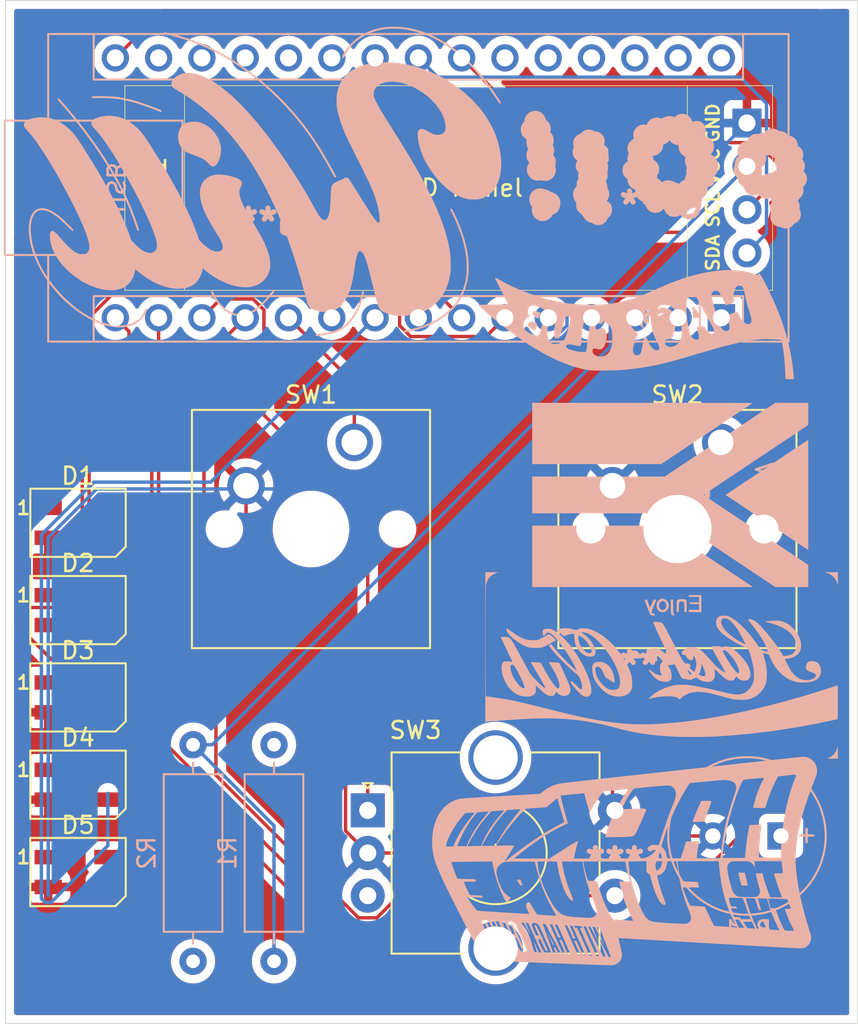
<source format=kicad_pcb>
(kicad_pcb (version 20240108) (generator "pcbnew") (generator_version "8.0")
  (layers (0 "F.Cu" signal) (31 "B.Cu" signal) (34 "B.Paste" user) (35 "F.Paste" user) (36 "B.SilkS" user "B.Silkscreen") (37 "F.SilkS" user "F.Silkscreen") (38 "B.Mask" user) (39 "F.Mask" user) (44 "Edge.Cuts" user))
  (net 0 "")
  (net 2 "Net-(A1-A4)")
  (net 3 "Net-(A1-D7)")
  (net 8 "Net-(A1-D8)")
  (net 11 "Net-(A1-A5)")
  (net 13 "Net-(A1-D11)")
  (net 21 "Net-(A1-D9)")
  (net 22 "Net-(A1-D6)")
  (net 23 "Net-(A1-D10)")
  (net 25 "Net-(A1-D5)")
  (net 27 "Net-(A1-D13)")
  (net 28 "Net-(A1-D12)")
  (net 29 "Net-(A1-D3)")
  (net 30 "Net-(A1-D4)")
  (net 31 "+5V")
  (net 32 "GND")
  (net 38 "Net-(SW2-K)")
  (net 39 "Net-(SW1-K)")
  (footprint "Rotary_Encoder:RotaryEncoder_Alps_EC11E-Switch_Vertical_H20mm_CircularMountingHoles" (layer "F.Cu") (at 156.25 94.5)
    (property "Reference" "SW3" (at 2.8 -4.7 0) (layer "F.SilkS"))
    (property "Value" "RotaryEncoder_Switch")
    (pad "A" thru_hole rect (at 0 0) (size 2 2) (drill 1) (layers "*.Cu" "*.Mask") (net 23 "Net-(A1-D10)"))
    (pad "B" thru_hole circle (at 0 5) (size 2 2) (drill 1) (layers "*.Cu" "*.Mask") (net 13 "Net-(A1-D11)"))
    (pad "C" thru_hole circle (at 0 2.5) (size 2 2) (drill 1) (layers "*.Cu" "*.Mask") (net 32 "GND"))
    (pad "MP" thru_hole circle (at 7.5 -3.1) (size 3.2 3.2) (drill 2.6) (layers "*.Cu" "*.Mask"))
    (pad "MP" thru_hole circle (at 7.5 8.1) (size 3.2 3.2) (drill 2.6) (layers "*.Cu" "*.Mask"))
    (pad "S1" thru_hole circle (at 14.5 5) (size 2 2) (drill 1) (layers "*.Cu" "*.Mask") (net 28 "Net-(A1-D12)"))
    (pad "S2" thru_hole circle (at 14.5 0) (size 2 2) (drill 1) (layers "*.Cu" "*.Mask") (net 32 "GND"))
  )
  (footprint "LED_SMD:LED_SK6812MINI_PLCC4_3.5x3.5mm_P1.75mm" (layer "F.Cu") (at 139.25 98.115)
    (property "Reference" "D5" (at 0 -2.75 0) (layer "F.SilkS"))
    (property "Value" "SK6812MINI")
    (fp_text user "1" (at -3.2 -0.875 0) (layer "F.SilkS") (effects (font (size 0.8 0.8))))
    (pad "1" smd rect (at -1.75 -0.875) (size 1.6 0.85) (layers "F.Cu" "F.Paste" "F.Mask"))
    (pad "2" smd rect (at -1.75 0.875) (size 1.6 0.85) (layers "F.Cu" "F.Paste" "F.Mask") (net 32 "GND"))
    (pad "3" smd rect (at 1.75 0.875) (size 1.6 0.85) (layers "F.Cu" "F.Paste" "F.Mask") (net 3 "Net-(A1-D7)"))
    (pad "4" smd rect (at 1.75 -0.875) (size 1.6 0.85) (layers "F.Cu" "F.Paste" "F.Mask") (net 31 "+5V"))
  )
  (footprint "Button_Switch_Keyboard:SW_Cherry_MX_1.00u_PCB" (layer "F.Cu") (at 176.96 72.92)
    (property "Reference" "SW2" (at -2.54 -2.794 0) (layer "F.SilkS"))
    (property "Value" "SW_Push_LED")
    (pad "" np_thru_hole circle (at -7.62 5.08) (size 1.7 1.7) (drill 1.7) (layers "*.Cu" "*.Mask"))
    (pad "" np_thru_hole circle (at -2.54 5.08) (size 4 4) (drill 4) (layers "*.Cu" "*.Mask"))
    (pad "" np_thru_hole circle (at 2.54 5.08) (size 1.7 1.7) (drill 1.7) (layers "*.Cu" "*.Mask"))
    (pad "1" thru_hole circle (at 0 0) (size 2.2 2.2) (drill 1.5) (layers "*.Cu" "*.Mask") (net 21 "Net-(A1-D9)"))
    (pad "2" thru_hole circle (at -6.35 2.54) (size 2.2 2.2) (drill 1.5) (layers "*.Cu" "*.Mask") (net 32 "GND"))
  )
  (footprint "Button_Switch_Keyboard:SW_Cherry_MX_1.00u_PCB" (layer "F.Cu") (at 155.46 72.92)
    (property "Reference" "SW1" (at -2.54 -2.794 0) (layer "F.SilkS"))
    (property "Value" "SW_Push_LED")
    (pad "" np_thru_hole circle (at -7.62 5.08) (size 1.7 1.7) (drill 1.7) (layers "*.Cu" "*.Mask"))
    (pad "" np_thru_hole circle (at -2.54 5.08) (size 4 4) (drill 4) (layers "*.Cu" "*.Mask"))
    (pad "" np_thru_hole circle (at 2.54 5.08) (size 1.7 1.7) (drill 1.7) (layers "*.Cu" "*.Mask"))
    (pad "1" thru_hole circle (at 0 0) (size 2.2 2.2) (drill 1.5) (layers "*.Cu" "*.Mask") (net 8 "Net-(A1-D8)"))
    (pad "2" thru_hole circle (at -6.35 2.54) (size 2.2 2.2) (drill 1.5) (layers "*.Cu" "*.Mask") (net 32 "GND"))
  )
  (footprint "LED_SMD:LED_SK6812MINI_PLCC4_3.5x3.5mm_P1.75mm" (layer "F.Cu") (at 139.25 92.995)
    (property "Reference" "D4" (at 0 -2.75 0) (layer "F.SilkS"))
    (property "Value" "SK6812MINI")
    (fp_text user "1" (at -3.2 -0.875 0) (layer "F.SilkS") (effects (font (size 0.8 0.8))))
    (pad "1" smd rect (at -1.75 -0.875) (size 1.6 0.85) (layers "F.Cu" "F.Paste" "F.Mask"))
    (pad "2" smd rect (at -1.75 0.875) (size 1.6 0.85) (layers "F.Cu" "F.Paste" "F.Mask") (net 32 "GND"))
    (pad "3" smd rect (at 1.75 0.875) (size 1.6 0.85) (layers "F.Cu" "F.Paste" "F.Mask") (net 22 "Net-(A1-D6)"))
    (pad "4" smd rect (at 1.75 -0.875) (size 1.6 0.85) (layers "F.Cu" "F.Paste" "F.Mask") (net 31 "+5V"))
  )
  (footprint "LED_SMD:LED_SK6812MINI_PLCC4_3.5x3.5mm_P1.75mm" (layer "F.Cu") (at 139.25 77.635)
    (property "Reference" "D1" (at 0 -2.75 0) (layer "F.SilkS"))
    (property "Value" "SK6812MINI")
    (fp_text user "1" (at -3.2 -0.875 0) (layer "F.SilkS") (effects (font (size 0.8 0.8))))
    (pad "1" smd rect (at -1.75 -0.875) (size 1.6 0.85) (layers "F.Cu" "F.Paste" "F.Mask"))
    (pad "2" smd rect (at -1.75 0.875) (size 1.6 0.85) (layers "F.Cu" "F.Paste" "F.Mask") (net 32 "GND"))
    (pad "3" smd rect (at 1.75 0.875) (size 1.6 0.85) (layers "F.Cu" "F.Paste" "F.Mask") (net 29 "Net-(A1-D3)"))
    (pad "4" smd rect (at 1.75 -0.875) (size 1.6 0.85) (layers "F.Cu" "F.Paste" "F.Mask") (net 31 "+5V"))
  )
  (footprint "LED_SMD:LED_SK6812MINI_PLCC4_3.5x3.5mm_P1.75mm" (layer "F.Cu") (at 139.25 87.875)
    (property "Reference" "D3" (at 0 -2.75 0) (layer "F.SilkS"))
    (property "Value" "SK6812MINI")
    (fp_text user "1" (at -3.2 -0.875 0) (layer "F.SilkS") (effects (font (size 0.8 0.8))))
    (pad "1" smd rect (at -1.75 -0.875) (size 1.6 0.85) (layers "F.Cu" "F.Paste" "F.Mask"))
    (pad "2" smd rect (at -1.75 0.875) (size 1.6 0.85) (layers "F.Cu" "F.Paste" "F.Mask") (net 32 "GND"))
    (pad "3" smd rect (at 1.75 0.875) (size 1.6 0.85) (layers "F.Cu" "F.Paste" "F.Mask") (net 25 "Net-(A1-D5)"))
    (pad "4" smd rect (at 1.75 -0.875) (size 1.6 0.85) (layers "F.Cu" "F.Paste" "F.Mask") (net 31 "+5V"))
  )
  (footprint "LED_SMD:LED_SK6812MINI_PLCC4_3.5x3.5mm_P1.75mm" (layer "F.Cu") (at 139.25 82.755)
    (property "Reference" "D2" (at 0 -2.75 0) (layer "F.SilkS"))
    (property "Value" "SK6812MINI")
    (fp_text user "1" (at -3.2 -0.875 0) (layer "F.SilkS") (effects (font (size 0.8 0.8))))
    (pad "1" smd rect (at -1.75 -0.875) (size 1.6 0.85) (layers "F.Cu" "F.Paste" "F.Mask"))
    (pad "2" smd rect (at -1.75 0.875) (size 1.6 0.85) (layers "F.Cu" "F.Paste" "F.Mask") (net 32 "GND"))
    (pad "3" smd rect (at 1.75 0.875) (size 1.6 0.85) (layers "F.Cu" "F.Paste" "F.Mask") (net 30 "Net-(A1-D4)"))
    (pad "4" smd rect (at 1.75 -0.875) (size 1.6 0.85) (layers "F.Cu" "F.Paste" "F.Mask") (net 31 "+5V"))
  )
  (footprint "KiCad-SSD1306-0.91-OLED-4pin-128x32.pretty-master:SSD1306-0.91-OLED-4pin-128x32" (layer "F.Cu") (at 142 52)
    (property "Reference" "Brd1" (at 1.9 5.91 90) (layer "F.SilkS"))
    (property "Value" "SSD1306")
    (fp_text user "SCL" (at 34.5 7.27 -90) (layer "F.SilkS") (effects (font (size 0.75 0.75))))
    (fp_text user "GND" (at 34.5 2.19 -90) (layer "F.SilkS") (effects (font (size 0.75 0.75))))
    (fp_text user "VCC" (at 34.5 4.73 -90) (layer "F.SilkS") (effects (font (size 0.75 0.75))))
    (fp_text user "SDA" (at 34.5 9.81 -90) (layer "F.SilkS") (effects (font (size 0.75 0.75))))
    (fp_text user "OLED Panel" (at 19 6 0) (layer "F.SilkS"))
    (pad "1" thru_hole rect (at 36.5 2.19) (size 1.7 1.7) (drill 1) (layers "*.Cu" "*.Mask") (net 32 "GND"))
    (pad "2" thru_hole oval (at 36.5 4.73) (size 1.7 1.7) (drill 1) (layers "*.Cu" "*.Mask") (net 31 "+5V"))
    (pad "3" thru_hole oval (at 36.5 7.27) (size 1.7 1.7) (drill 1) (layers "*.Cu" "*.Mask") (net 11 "Net-(A1-A5)"))
    (pad "4" thru_hole oval (at 36.5 9.81) (size 1.7 1.7) (drill 1) (layers "*.Cu" "*.Mask") (net 2 "Net-(A1-A4)"))
  )
  (footprint "LOGO" (layer "B.Cu") (at 173.5 59 180)
    (property "Reference" "G***" (at 0 0 0) (layer "B.SilkS") (effects (font (size 1.5 1.5) (thickness 0.3)) (justify mirror)))
    (property "Value" "LOGO" (hide yes))
  )
  (footprint "Resistor_THT:R_Axial_DIN0309_L9.0mm_D3.2mm_P12.70mm_Horizontal" (layer "B.Cu") (at 146 90.65 -90)
    (property "Reference" "R2" (at 6.35 2.72 90) (layer "B.SilkS") (effects (justify mirror)))
    (property "Value" "R")
    (pad "1" thru_hole circle (at 0 0 270) (size 1.6 1.6) (drill 0.8) (layers "*.Cu" "*.Mask") (net 31 "+5V"))
    (pad "2" thru_hole oval (at 12.7 0 270) (size 1.6 1.6) (drill 0.8) (layers "*.Cu" "*.Mask") (net 39 "Net-(SW1-K)"))
  )
  (footprint "Buzzer_Beeper:MagneticBuzzer_PUI_AT-0927-TT-6-R" (layer "B.Cu") (at 180.5 96 180)
    (property "Reference" "BZ1" (at 2 -5.5 0) (layer "B.SilkS") (effects (justify mirror)))
    (property "Value" "Buzzer")
    (fp_text user "+" (at -1.5 0.1 0) (layer "B.SilkS") (effects (justify mirror)))
    (pad "1" thru_hole rect (at 0 0 180) (size 1.6 1.6) (drill 0.9) (layers "*.Cu" "*.Mask") (net 27 "Net-(A1-D13)"))
    (pad "2" thru_hole circle (at 4 0 180) (size 1.6 1.6) (drill 0.9) (layers "*.Cu" "*.Mask") (net 32 "GND"))
  )
  (footprint "LOGO" (layer "B.Cu") (at 171.5 97.5 180)
    (property "Reference" "G***" (at 0 0 0) (layer "B.SilkS") (effects (font (size 1.5 1.5) (thickness 0.3)) (justify mirror)))
    (property "Value" "LOGO" (hide yes))
  )
  (footprint "LOGO" (layer "B.Cu") (at 172 66 180)
    (property "Reference" "G***" (at 0 0 0) (layer "B.SilkS") (effects (font (size 1.5 1.5) (thickness 0.3)) (justify mirror)))
    (property "Value" "LOGO" (hide yes))
  )
  (footprint "LOGO" (layer "B.Cu") (at 174 76 180)
    (property "Reference" "G***" (at 0 0 0) (layer "B.SilkS") (effects (font (size 1.5 1.5) (thickness 0.3)) (justify mirror)))
    (property "Value" "LOGO" (hide yes))
  )
  (footprint "Resistor_THT:R_Axial_DIN0309_L9.0mm_D3.2mm_P12.70mm_Horizontal" (layer "B.Cu") (at 150.75 90.65 -90)
    (property "Reference" "R1" (at 6.35 2.72 90) (layer "B.SilkS") (effects (justify mirror)))
    (property "Value" "R")
    (pad "1" thru_hole circle (at 0 0 270) (size 1.6 1.6) (drill 0.8) (layers "*.Cu" "*.Mask") (net 38 "Net-(SW2-K)"))
    (pad "2" thru_hole oval (at 12.7 0 270) (size 1.6 1.6) (drill 0.8) (layers "*.Cu" "*.Mask") (net 31 "+5V"))
  )
  (footprint "LOGO" (layer "B.Cu") (at 173.5 86 180)
    (property "Reference" "G***" (at 0 0 0) (layer "B.SilkS") (effects (font (size 1.5 1.5) (thickness 0.3)) (justify mirror)))
    (property "Value" "LOGO" (hide yes))
  )
  (footprint "LOGO" (layer "B.Cu") (at 150 60 180)
    (property "Reference" "G***" (at 0 0 0) (layer "B.SilkS") (effects (font (size 1.5 1.5) (thickness 0.3)) (justify mirror)))
    (property "Value" "LOGO" (hide yes))
  )
  (footprint "Module:Arduino_Nano" (layer "B.Cu") (at 177 65.61 90)
    (property "Reference" "A1" (at -9.37 2.58 90) (layer "B.SilkS") (effects (justify mirror)))
    (property "Value" "Arduino_Nano_v3.x")
    (fp_text user "USB" (at 7.62 -35.56 -90) (layer "B.SilkS") (effects (justify mirror)))
    (pad "1" thru_hole rect (at 0 0 90) (size 1.6 1.6) (drill 1) (layers "*.Cu" "*.Mask"))
    (pad "2" thru_hole oval (at 0 -2.54 90) (size 1.6 1.6) (drill 1) (layers "*.Cu" "*.Mask"))
    (pad "3" thru_hole oval (at 0 -5.08 90) (size 1.6 1.6) (drill 1) (layers "*.Cu" "*.Mask"))
    (pad "4" thru_hole oval (at 0 -7.62 90) (size 1.6 1.6) (drill 1) (layers "*.Cu" "*.Mask"))
    (pad "5" thru_hole oval (at 0 -10.16 90) (size 1.6 1.6) (drill 1) (layers "*.Cu" "*.Mask"))
    (pad "6" thru_hole oval (at 0 -12.7 90) (size 1.6 1.6) (drill 1) (layers "*.Cu" "*.Mask") (net 29 "Net-(A1-D3)"))
    (pad "7" thru_hole oval (at 0 -15.24 90) (size 1.6 1.6) (drill 1) (layers "*.Cu" "*.Mask") (net 30 "Net-(A1-D4)"))
    (pad "8" thru_hole oval (at 0 -17.78 90) (size 1.6 1.6) (drill 1) (layers "*.Cu" "*.Mask") (net 25 "Net-(A1-D5)"))
    (pad "9" thru_hole oval (at 0 -20.32 90) (size 1.6 1.6) (drill 1) (layers "*.Cu" "*.Mask") (net 22 "Net-(A1-D6)"))
    (pad "10" thru_hole oval (at 0 -22.86 90) (size 1.6 1.6) (drill 1) (layers "*.Cu" "*.Mask") (net 3 "Net-(A1-D7)"))
    (pad "11" thru_hole oval (at 0 -25.4 90) (size 1.6 1.6) (drill 1) (layers "*.Cu" "*.Mask") (net 8 "Net-(A1-D8)"))
    (pad "12" thru_hole oval (at 0 -27.94 90) (size 1.6 1.6) (drill 1) (layers "*.Cu" "*.Mask") (net 21 "Net-(A1-D9)"))
    (pad "13" thru_hole oval (at 0 -30.48 90) (size 1.6 1.6) (drill 1) (layers "*.Cu" "*.Mask") (net 23 "Net-(A1-D10)"))
    (pad "14" thru_hole oval (at 0 -33.02 90) (size 1.6 1.6) (drill 1) (layers "*.Cu" "*.Mask") (net 13 "Net-(A1-D11)"))
    (pad "15" thru_hole oval (at 0 -35.56 90) (size 1.6 1.6) (drill 1) (layers "*.Cu" "*.Mask") (net 28 "Net-(A1-D12)"))
    (pad "16" thru_hole oval (at 15.24 -35.56 90) (size 1.6 1.6) (drill 1) (layers "*.Cu" "*.Mask") (net 27 "Net-(A1-D13)"))
    (pad "17" thru_hole oval (at 15.24 -33.02 90) (size 1.6 1.6) (drill 1) (layers "*.Cu" "*.Mask"))
    (pad "18" thru_hole oval (at 15.24 -30.48 90) (size 1.6 1.6) (drill 1) (layers "*.Cu" "*.Mask"))
    (pad "19" thru_hole oval (at 15.24 -27.94 90) (size 1.6 1.6) (drill 1) (layers "*.Cu" "*.Mask"))
    (pad "20" thru_hole oval (at 15.24 -25.4 90) (size 1.6 1.6) (drill 1) (layers "*.Cu" "*.Mask"))
    (pad "21" thru_hole oval (at 15.24 -22.86 90) (size 1.6 1.6) (drill 1) (layers "*.Cu" "*.Mask"))
    (pad "22" thru_hole oval (at 15.24 -20.32 90) (size 1.6 1.6) (drill 1) (layers "*.Cu" "*.Mask"))
    (pad "23" thru_hole oval (at 15.24 -17.78 90) (size 1.6 1.6) (drill 1) (layers "*.Cu" "*.Mask") (net 2 "Net-(A1-A4)"))
    (pad "24" thru_hole oval (at 15.24 -15.24 90) (size 1.6 1.6) (drill 1) (layers "*.Cu" "*.Mask") (net 11 "Net-(A1-A5)"))
    (pad "25" thru_hole oval (at 15.24 -12.7 90) (size 1.6 1.6) (drill 1) (layers "*.Cu" "*.Mask"))
    (pad "26" thru_hole oval (at 15.24 -10.16 90) (size 1.6 1.6) (drill 1) (layers "*.Cu" "*.Mask"))
    (pad "27" thru_hole oval (at 15.24 -7.62 90) (size 1.6 1.6) (drill 1) (layers "*.Cu" "*.Mask"))
    (pad "28" thru_hole oval (at 15.24 -5.08 90) (size 1.6 1.6) (drill 1) (layers "*.Cu" "*.Mask"))
    (pad "29" thru_hole oval (at 15.24 -2.54 90) (size 1.6 1.6) (drill 1) (layers "*.Cu" "*.Mask"))
    (pad "30" thru_hole oval (at 15.24 0 90) (size 1.6 1.6) (drill 1) (layers "*.Cu" "*.Mask"))
  )
  (gr_rect (start 135 47) (end 185 107) (stroke (width 0.05)) (fill none) (layer "Edge.Cuts"))
  (segment (start 178.5 61.81) (end 179.65 60.66) (width 0.2) (layer "B.Cu") (net 2))
  (segment (start 160.35 51.5) (end 159.22 50.37) (width 0.2) (layer "B.Cu") (net 2))
  (segment (start 179.65 60.66) (end 179.65 53.04) (width 0.2) (layer "B.Cu") (net 2))
  (segment (start 179.65 53.04) (end 178.11 51.5) (width 0.2) (layer "B.Cu") (net 2))
  (segment (start 178.11 51.5) (end 160.35 51.5) (width 0.2) (layer "B.Cu") (net 2))
  (segment (start 155.46 69.47) (end 151.6 65.61) (width 0.2) (layer "F.Cu") (net 8))
  (segment (start 155.46 72.92) (end 155.46 69.47) (width 0.2) (layer "F.Cu") (net 8))
  (segment (start 166.73 55.34) (end 161.76 50.37) (width 0.2) (layer "F.Cu") (net 11))
  (segment (start 178.5 59.27) (end 180.757157 57.012843) (width 0.2) (layer "F.Cu") (net 11))
  (segment (start 179.084314 55.34) (end 166.73 55.34) (width 0.2) (layer "F.Cu") (net 11))
  (segment (start 180.757157 57.012843) (end 179.084314 55.34) (width 0.2) (layer "F.Cu") (net 11))
  (segment (start 143.98 65.61) (end 143.98 90.185635) (width 0.2) (layer "F.Cu") (net 13))
  (segment (start 154.496447 100.702082) (end 155.047918 100.702082) (width 0.2) (layer "F.Cu") (net 13))
  (segment (start 143.98 90.185635) (end 154.496447 100.702082) (width 0.2) (layer "F.Cu") (net 13))
  (segment (start 176.96 72.92) (end 178.059999 74.019999) (width 0.2) (layer "F.Cu") (net 21))
  (segment (start 176.517157 97.538478) (end 160.05 97.538478) (width 0.2) (layer "F.Cu") (net 21))
  (segment (start 155.711522 100.8) (end 147.342944 92.431422) (width 0.2) (layer "F.Cu") (net 21))
  (segment (start 146.64 78.497056) (end 146.64 68.03) (width 0.2) (layer "F.Cu") (net 21))
  (segment (start 178.059999 95.995636) (end 176.517157 97.538478) (width 0.2) (layer "F.Cu") (net 21))
  (segment (start 146.64 68.03) (end 149.06 65.61) (width 0.2) (layer "F.Cu") (net 21))
  (segment (start 178.059999 74.019999) (end 178.059999 95.995636) (width 0.2) (layer "F.Cu") (net 21))
  (segment (start 160.05 97.538478) (end 156.788478 100.8) (width 0.2) (layer "F.Cu") (net 21))
  (segment (start 156.788478 100.8) (end 155.711522 100.8) (width 0.2) (layer "F.Cu") (net 21))
  (segment (start 147.342944 92.431422) (end 147.342944 79.2) (width 0.2) (layer "F.Cu") (net 21))
  (segment (start 147.342944 79.2) (end 146.64 78.497056) (width 0.2) (layer "F.Cu") (net 21))
  (segment (start 137.1 78.334314) (end 137.1 99.665685) (width 0.2) (layer "B.Cu") (net 22))
  (segment (start 141 96.565685) (end 141 93.5) (width 0.2) (layer "B.Cu") (net 22))
  (segment (start 137.334315 99.9) (end 137.665685 99.9) (width 0.2) (layer "B.Cu") (net 22))
  (segment (start 156.68 65.61) (end 147.04 75.25) (width 0.2) (layer "B.Cu") (net 22))
  (segment (start 137.665685 99.9) (end 141 96.565685) (width 0.2) (layer "B.Cu") (net 22))
  (segment (start 147.04 75.25) (end 140.184314 75.25) (width 0.2) (layer "B.Cu") (net 22))
  (segment (start 137.1 99.665685) (end 137.334315 99.9) (width 0.2) (layer "B.Cu") (net 22))
  (segment (start 140.184314 75.25) (end 137.1 78.334314) (width 0.2) (layer "B.Cu") (net 22))
  (segment (start 150.16 65.154365) (end 150.16 71.315686) (width 0.2) (layer "F.Cu") (net 23))
  (segment (start 146.52 65.61) (end 147.62 64.51) (width 0.2) (layer "F.Cu") (net 23))
  (segment (start 156.25 77.405686) (end 156.25 94.5) (width 0.2) (layer "F.Cu") (net 23))
  (segment (start 147.62 64.51) (end 149.515635 64.51) (width 0.2) (layer "F.Cu") (net 23))
  (segment (start 149.515635 64.51) (end 150.16 65.154365) (width 0.2) (layer "F.Cu") (net 23))
  (segment (start 150.16 71.315686) (end 156.25 77.405686) (width 0.2) (layer "F.Cu") (net 23))
  (segment (start 141.218679 63.71) (end 139.5 65.428679) (width 0.2) (layer "F.Cu") (net 25))
  (segment (start 139.5 65.428679) (end 139.5 80.755) (width 0.2) (layer "F.Cu") (net 25))
  (segment (start 142.1 87.65) (end 141 88.75) (width 0.2) (layer "F.Cu") (net 25))
  (segment (start 141.7 80.755) (end 142.1 81.155) (width 0.2) (layer "F.Cu") (net 25))
  (segment (start 139.5 80.755) (end 141.7 80.755) (width 0.2) (layer "F.Cu") (net 25))
  (segment (start 142.1 81.155) (end 142.1 87.65) (width 0.2) (layer "F.Cu") (net 25))
  (segment (start 159.22 65.61) (end 157.32 63.71) (width 0.2) (layer "F.Cu") (net 25))
  (segment (start 157.32 63.71) (end 141.218679 63.71) (width 0.2) (layer "F.Cu") (net 25))
  (segment (start 144.21 47.6) (end 141.44 50.37) (width 0.2) (layer "F.Cu") (net 27))
  (segment (start 182.9 47.9) (end 182.6 47.6) (width 0.2) (layer "F.Cu") (net 27))
  (segment (start 180.5 96) (end 182.9 93.6) (width 0.2) (layer "F.Cu") (net 27))
  (segment (start 182.6 47.6) (end 144.21 47.6) (width 0.2) (layer "F.Cu") (net 27))
  (segment (start 182.9 93.6) (end 182.9 47.9) (width 0.2) (layer "F.Cu") (net 27))
  (segment (start 153.7 101.2) (end 156.954164 101.2) (width 0.2) (layer "F.Cu") (net 28))
  (segment (start 143.58 68.08) (end 143.58 91.08) (width 0.2) (layer "F.Cu") (net 28))
  (segment (start 142.239999 66.409999) (end 142.239999 66.739999) (width 0.2) (layer "F.Cu") (net 28))
  (segment (start 156.954164 101.2) (end 158.654164 99.5) (width 0.2) (layer "F.Cu") (net 28))
  (segment (start 142.239999 66.739999) (end 143.58 68.08) (width 0.2) (layer "F.Cu") (net 28))
  (segment (start 141.44 65.61) (end 142.239999 66.409999) (width 0.2) (layer "F.Cu") (net 28))
  (segment (start 158.654164 99.5) (end 170.75 99.5) (width 0.2) (layer "F.Cu") (net 28))
  (segment (start 143.58 91.08) (end 153.7 101.2) (width 0.2) (layer "F.Cu") (net 28))
  (segment (start 158.12 65.12) (end 157.11 64.11) (width 0.2) (layer "F.Cu") (net 29))
  (segment (start 139.9 65.594365) (end 139.9 77.41) (width 0.2) (layer "F.Cu") (net 29))
  (segment (start 164.3 65.61) (end 163.2 66.71) (width 0.2) (layer "F.Cu") (net 29))
  (segment (start 141.384365 64.11) (end 139.9 65.594365) (width 0.2) (layer "F.Cu") (net 29))
  (segment (start 158.12 66.065635) (end 158.12 65.12) (width 0.2) (layer "F.Cu") (net 29))
  (segment (start 163.2 66.71) (end 158.764365 66.71) (width 0.2) (layer "F.Cu") (net 29))
  (segment (start 157.11 64.11) (end 141.384365 64.11) (width 0.2) (layer "F.Cu") (net 29))
  (segment (start 139.9 77.41) (end 141 78.51) (width 0.2) (layer "F.Cu") (net 29))
  (segment (start 158.764365 66.71) (end 158.12 66.065635) (width 0.2) (layer "F.Cu") (net 29))
  (segment (start 157.15 61) (end 136 61) (width 0.2) (layer "F.Cu") (net 30))
  (segment (start 161.76 65.61) (end 157.15 61) (width 0.2) (layer "F.Cu") (net 30))
  (segment (start 136 61) (end 136 82.205) (width 0.2) (layer "F.Cu") (net 30))
  (segment (start 136.4 82.605) (end 139.975 82.605) (width 0.2) (layer "F.Cu") (net 30))
  (segment (start 139.975 82.605) (end 141 83.63) (width 0.2) (layer "F.Cu") (net 30))
  (segment (start 136 82.205) (end 136.4 82.605) (width 0.2) (layer "F.Cu") (net 30))
  (segment (start 142.5 78.26) (end 141 76.76) (width 0.2) (layer "F.Cu") (net 31))
  (segment (start 139 85.655) (end 139.9 86.555) (width 0.2) (layer "F.Cu") (net 31))
  (segment (start 178.5 56.73) (end 174.63 60.6) (width 0.2) (layer "F.Cu") (net 31))
  (segment (start 142.1 89.475) (end 142.5 89.075) (width 0.2) (layer "F.Cu") (net 31))
  (segment (start 142.5 89.075) (end 142.5 78.26) (width 0.2) (layer "F.Cu") (net 31))
  (segment (start 139.9 86.555) (end 139.9 89.475) (width 0.2) (layer "F.Cu") (net 31))
  (segment (start 135.6 83.555) (end 137.7 85.655) (width 0.2) (layer "F.Cu") (net 31))
  (segment (start 135.6 60.834315) (end 135.6 83.555) (width 0.2) (layer "F.Cu") (net 31))
  (segment (start 137.7 85.655) (end 139 85.655) (width 0.2) (layer "F.Cu") (net 31))
  (segment (start 174.63 60.6) (end 135.834315 60.6) (width 0.2) (layer "F.Cu") (net 31))
  (segment (start 139.9 89.475) (end 142.1 89.475) (width 0.2) (layer "F.Cu") (net 31))
  (segment (start 135.834315 60.6) (end 135.6 60.834315) (width 0.2) (layer "F.Cu") (net 31))
  (segment (start 146 90.65) (end 147.13137 90.65) (width 0.2) (layer "B.Cu") (net 31))
  (segment (start 170.48 64.75) (end 178.5 56.73) (width 0.2) (layer "B.Cu") (net 31))
  (segment (start 170.48 67.30137) (end 170.48 64.75) (width 0.2) (layer "B.Cu") (net 31))
  (segment (start 150.75 95.4) (end 146 90.65) (width 0.2) (layer "B.Cu") (net 31))
  (segment (start 147.13137 90.65) (end 170.48 67.30137) (width 0.2) (layer "B.Cu") (net 31))
  (segment (start 150.75 103.35) (end 150.75 95.4) (width 0.2) (layer "B.Cu") (net 31))
  (segment (start 149.11 75.46) (end 149.11 77.513402) (width 0.2) (layer "F.Cu") (net 32))
  (segment (start 172.25 96) (end 170.75 94.5) (width 0.2) (layer "F.Cu") (net 32))
  (segment (start 154.95 83.353402) (end 154.95 95.7) (width 0.2) (layer "F.Cu") (net 32))
  (segment (start 182.5 63.57) (end 182.5 58.19) (width 0.2) (layer "F.Cu") (net 32))
  (segment (start 176.5 96) (end 172.25 96) (width 0.2) (layer "F.Cu") (net 32))
  (segment (start 170.61 75.46) (end 182.5 63.57) (width 0.2) (layer "F.Cu") (net 32))
  (segment (start 168.25 97) (end 170.75 94.5) (width 0.2) (layer "F.Cu") (net 32))
  (segment (start 170.61 75.46) (end 170.61 94.36) (width 0.2) (layer "F.Cu") (net 32))
  (segment (start 182.5 58.19) (end 178.5 54.19) (width 0.2) (layer "F.Cu") (net 32))
  (segment (start 156.25 97) (end 168.25 97) (width 0.2) (layer "F.Cu") (net 32))
  (segment (start 154.95 95.7) (end 156.25 97) (width 0.2) (layer "F.Cu") (net 32))
  (segment (start 170.61 94.36) (end 170.75 94.5) (width 0.2) (layer "F.Cu") (net 32))
  (segment (start 149.11 77.513402) (end 154.95 83.353402) (width 0.2) (layer "F.Cu") (net 32))
  (segment (start 167.94 66.065635) (end 158.355635 75.65) (width 0.2) (layer "B.Cu") (net 32))
  (segment (start 178.5 54.19) (end 167.94 64.75) (width 0.2) (layer "B.Cu") (net 32))
  (segment (start 137.5 78.5) (end 137.5 84) (width 0.2) (layer "B.Cu") (net 32))
  (segment (start 137.5 84) (end 137.5 89) (width 0.2) (layer "B.Cu") (net 32))
  (segment (start 137.5 94) (end 137.5 99.5) (width 0.2) (layer "B.Cu") (net 32))
  (segment (start 137.5 99.5) (end 137.5 99) (width 0.2) (layer "B.Cu") (net 32))
  (segment (start 137.5 89) (end 137.5 94) (width 0.2) (layer "B.Cu") (net 32))
  (segment (start 140.35 75.65) (end 137.5 78.5) (width 0.2) (layer "B.Cu") (net 32))
  (segment (start 158.355635 75.65) (end 140.35 75.65) (width 0.2) (layer "B.Cu") (net 32))
  (segment (start 167.94 64.75) (end 167.94 66.065635) (width 0.2) (layer "B.Cu") (net 32))
  (zone (net 32) (net_name "GND") (layer "F.Cu") (priority 1) (connect_pads (clearance 0.5)) (min_thickness 0.25) (fill yes (thermal_gap 0.5) (thermal_bridge_width 0.5))
    (polygon (pts (xy 135 47) (xy 135 107) (xy 185 107) (xy 185 47)))
  )
  (zone (net 32) (net_name "GND") (layer "B.Cu") (connect_pads (clearance 0.5)) (min_thickness 0.25) (fill yes (thermal_gap 0.5) (thermal_bridge_width 0.5))
    (polygon (pts (xy 135 47) (xy 185 47) (xy 185 107) (xy 135 107)))
  )
)
</source>
